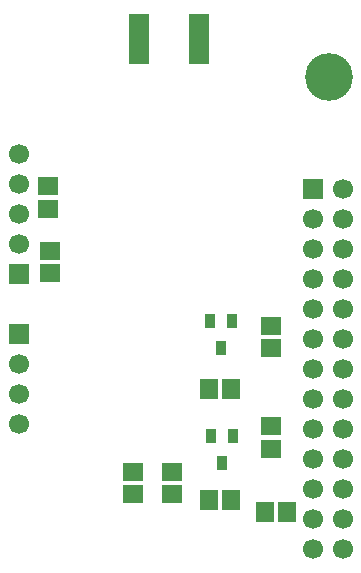
<source format=gbr>
G04 DipTrace 3.0.0.2*
G04 BottomMask.gbr*
%MOIN*%
G04 #@! TF.FileFunction,Soldermask,Bot*
G04 #@! TF.Part,Single*
%ADD35C,0.159449*%
%ADD46R,0.033465X0.049213*%
%ADD50C,0.066929*%
%ADD52R,0.066929X0.066929*%
%ADD54R,0.066929X0.059055*%
%ADD56R,0.059055X0.066929*%
%ADD60R,0.067717X0.167717*%
%FSLAX26Y26*%
G04*
G70*
G90*
G75*
G01*
G04 BotMask*
%LPD*%
D60*
X856588Y2175596D3*
X1056982Y2177565D3*
D56*
X1351103Y599103D3*
X1276299D3*
D54*
X556168Y1610389D3*
Y1685192D3*
D35*
X1490764Y2051134D3*
D52*
X457349Y1193509D3*
D50*
Y1093509D3*
Y993509D3*
Y893509D3*
D52*
X456764Y1393496D3*
D50*
Y1493496D3*
Y1593496D3*
Y1693496D3*
Y1793496D3*
D46*
X1093496Y1236339D3*
X1168299D3*
X1130898Y1145788D3*
X1097701Y852331D3*
X1172504D3*
X1135103Y761780D3*
D54*
X1299213Y1220473D3*
Y1145670D3*
D56*
X1164701Y1010701D3*
X1089898D3*
D54*
X1299213Y885827D3*
Y811024D3*
D56*
X1164504Y641331D3*
X1089701D3*
D54*
X836701Y733701D3*
Y658898D3*
X966536Y734252D3*
Y659449D3*
X561024Y1470473D3*
Y1395670D3*
D52*
X1437126Y1675701D3*
D50*
X1537126D3*
X1437126Y1575701D3*
X1537126D3*
X1437126Y1475701D3*
X1537126D3*
X1437126Y1375701D3*
X1537126D3*
X1437126Y1275701D3*
X1537126D3*
X1437126Y1175701D3*
X1537126D3*
X1437126Y1075701D3*
X1537126D3*
X1437126Y975701D3*
X1537126D3*
X1437126Y875701D3*
X1537126D3*
X1437126Y775701D3*
X1537126D3*
X1437126Y675701D3*
X1537126D3*
X1437126Y575701D3*
X1537126D3*
X1437126Y475701D3*
X1537126D3*
M02*

</source>
